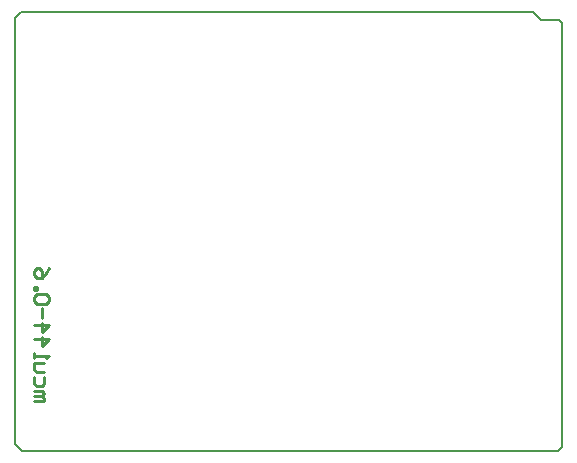
<source format=gbo>
G04*
G04 #@! TF.GenerationSoftware,Altium Limited,Altium Designer,20.2.7 (254)*
G04*
G04 Layer_Color=57008*
%FSLAX25Y25*%
%MOIN*%
G70*
G04*
G04 #@! TF.SameCoordinates,C0B213B8-0E46-4196-9EA8-866AAEF12B77*
G04*
G04*
G04 #@! TF.FilePolarity,Positive*
G04*
G01*
G75*
%ADD10C,0.00787*%
%ADD12C,0.01000*%
D10*
X2314Y146653D02*
X173130D01*
X175886Y143898D01*
X181890D01*
X394Y2638D02*
X2634Y398D01*
X182773Y143015D02*
X182773Y1746D01*
X394Y144734D02*
X394Y2638D01*
X394Y144734D02*
X2314Y146653D01*
X2634Y398D02*
X181424Y398D01*
X182773Y1746D01*
X181890Y143898D02*
X182773Y143015D01*
D12*
X6905Y17142D02*
X10054D01*
Y17929D01*
X9267Y18716D01*
X6905D01*
X9267D01*
X10054Y19503D01*
X9267Y20290D01*
X6905D01*
X10054Y25013D02*
Y22652D01*
X9267Y21865D01*
X7693D01*
X6905Y22652D01*
Y25013D01*
X10054Y26588D02*
X7693D01*
X6905Y27375D01*
Y29736D01*
X10054D01*
X6905Y31310D02*
Y32885D01*
Y32098D01*
X11628D01*
X10841Y31310D01*
X6905Y37608D02*
X11628D01*
X9267Y35246D01*
Y38395D01*
X6905Y42330D02*
X11628D01*
X9267Y39969D01*
Y43118D01*
Y44692D02*
Y47840D01*
X10841Y49415D02*
X11628Y50202D01*
Y51776D01*
X10841Y52563D01*
X7693D01*
X6905Y51776D01*
Y50202D01*
X7693Y49415D01*
X10841D01*
X6905Y54138D02*
X7693D01*
Y54925D01*
X6905D01*
Y54138D01*
X11628Y61222D02*
X10841Y59648D01*
X9267Y58073D01*
X7693D01*
X6905Y58860D01*
Y60435D01*
X7693Y61222D01*
X8480D01*
X9267Y60435D01*
Y58073D01*
M02*

</source>
